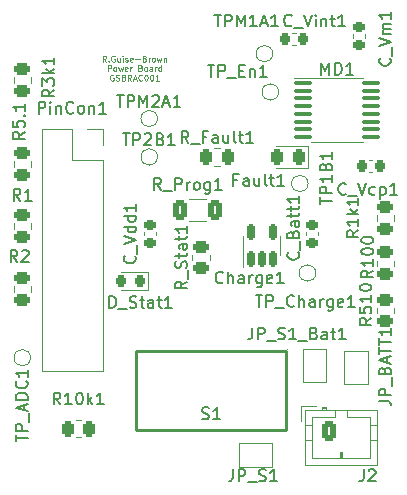
<source format=gbr>
%TF.GenerationSoftware,KiCad,Pcbnew,(6.0.4-0)*%
%TF.CreationDate,2024-03-24T21:38:25+02:00*%
%TF.ProjectId,Project_PCB_v1,50726f6a-6563-4745-9f50-43425f76312e,rev?*%
%TF.SameCoordinates,Original*%
%TF.FileFunction,Legend,Top*%
%TF.FilePolarity,Positive*%
%FSLAX46Y46*%
G04 Gerber Fmt 4.6, Leading zero omitted, Abs format (unit mm)*
G04 Created by KiCad (PCBNEW (6.0.4-0)) date 2024-03-24 21:38:25*
%MOMM*%
%LPD*%
G01*
G04 APERTURE LIST*
G04 Aperture macros list*
%AMRoundRect*
0 Rectangle with rounded corners*
0 $1 Rounding radius*
0 $2 $3 $4 $5 $6 $7 $8 $9 X,Y pos of 4 corners*
0 Add a 4 corners polygon primitive as box body*
4,1,4,$2,$3,$4,$5,$6,$7,$8,$9,$2,$3,0*
0 Add four circle primitives for the rounded corners*
1,1,$1+$1,$2,$3*
1,1,$1+$1,$4,$5*
1,1,$1+$1,$6,$7*
1,1,$1+$1,$8,$9*
0 Add four rect primitives between the rounded corners*
20,1,$1+$1,$2,$3,$4,$5,0*
20,1,$1+$1,$4,$5,$6,$7,0*
20,1,$1+$1,$6,$7,$8,$9,0*
20,1,$1+$1,$8,$9,$2,$3,0*%
G04 Aperture macros list end*
%ADD10C,0.100000*%
%ADD11C,0.150000*%
%ADD12C,0.120000*%
%ADD13C,0.254001*%
%ADD14C,0.059995*%
%ADD15RoundRect,0.243750X0.243750X0.456250X-0.243750X0.456250X-0.243750X-0.456250X0.243750X-0.456250X0*%
%ADD16RoundRect,0.225000X0.250000X-0.225000X0.250000X0.225000X-0.250000X0.225000X-0.250000X-0.225000X0*%
%ADD17RoundRect,0.218750X0.218750X0.256250X-0.218750X0.256250X-0.218750X-0.256250X0.218750X-0.256250X0*%
%ADD18RoundRect,0.250000X0.312500X0.625000X-0.312500X0.625000X-0.312500X-0.625000X0.312500X-0.625000X0*%
%ADD19RoundRect,0.250000X-0.262500X-0.450000X0.262500X-0.450000X0.262500X0.450000X-0.262500X0.450000X0*%
%ADD20R,1.700000X1.700000*%
%ADD21O,1.700000X1.700000*%
%ADD22RoundRect,0.250000X-0.350000X-0.625000X0.350000X-0.625000X0.350000X0.625000X-0.350000X0.625000X0*%
%ADD23O,1.200000X1.750000*%
%ADD24C,1.000000*%
%ADD25RoundRect,0.250000X-0.450000X0.262500X-0.450000X-0.262500X0.450000X-0.262500X0.450000X0.262500X0*%
%ADD26RoundRect,0.250000X0.450000X-0.262500X0.450000X0.262500X-0.450000X0.262500X-0.450000X-0.262500X0*%
%ADD27C,2.500000*%
%ADD28RoundRect,0.225000X-0.225000X-0.250000X0.225000X-0.250000X0.225000X0.250000X-0.225000X0.250000X0*%
%ADD29R,1.500000X1.000000*%
%ADD30RoundRect,0.250000X0.262500X0.450000X-0.262500X0.450000X-0.262500X-0.450000X0.262500X-0.450000X0*%
%ADD31RoundRect,0.150000X0.150000X-0.512500X0.150000X0.512500X-0.150000X0.512500X-0.150000X-0.512500X0*%
%ADD32RoundRect,0.100000X-0.637500X-0.100000X0.637500X-0.100000X0.637500X0.100000X-0.637500X0.100000X0*%
%ADD33R,1.000000X1.500000*%
G04 APERTURE END LIST*
D10*
X95095238Y-67171190D02*
X94928571Y-66933095D01*
X94809523Y-67171190D02*
X94809523Y-66671190D01*
X95000000Y-66671190D01*
X95047619Y-66695000D01*
X95071428Y-66718809D01*
X95095238Y-66766428D01*
X95095238Y-66837857D01*
X95071428Y-66885476D01*
X95047619Y-66909285D01*
X95000000Y-66933095D01*
X94809523Y-66933095D01*
X95309523Y-67123571D02*
X95333333Y-67147380D01*
X95309523Y-67171190D01*
X95285714Y-67147380D01*
X95309523Y-67123571D01*
X95309523Y-67171190D01*
X95809523Y-66695000D02*
X95761904Y-66671190D01*
X95690476Y-66671190D01*
X95619047Y-66695000D01*
X95571428Y-66742619D01*
X95547619Y-66790238D01*
X95523809Y-66885476D01*
X95523809Y-66956904D01*
X95547619Y-67052142D01*
X95571428Y-67099761D01*
X95619047Y-67147380D01*
X95690476Y-67171190D01*
X95738095Y-67171190D01*
X95809523Y-67147380D01*
X95833333Y-67123571D01*
X95833333Y-66956904D01*
X95738095Y-66956904D01*
X96261904Y-66837857D02*
X96261904Y-67171190D01*
X96047619Y-66837857D02*
X96047619Y-67099761D01*
X96071428Y-67147380D01*
X96119047Y-67171190D01*
X96190476Y-67171190D01*
X96238095Y-67147380D01*
X96261904Y-67123571D01*
X96500000Y-67171190D02*
X96500000Y-66837857D01*
X96500000Y-66671190D02*
X96476190Y-66695000D01*
X96500000Y-66718809D01*
X96523809Y-66695000D01*
X96500000Y-66671190D01*
X96500000Y-66718809D01*
X96714285Y-67147380D02*
X96761904Y-67171190D01*
X96857142Y-67171190D01*
X96904761Y-67147380D01*
X96928571Y-67099761D01*
X96928571Y-67075952D01*
X96904761Y-67028333D01*
X96857142Y-67004523D01*
X96785714Y-67004523D01*
X96738095Y-66980714D01*
X96714285Y-66933095D01*
X96714285Y-66909285D01*
X96738095Y-66861666D01*
X96785714Y-66837857D01*
X96857142Y-66837857D01*
X96904761Y-66861666D01*
X97333333Y-67147380D02*
X97285714Y-67171190D01*
X97190476Y-67171190D01*
X97142857Y-67147380D01*
X97119047Y-67099761D01*
X97119047Y-66909285D01*
X97142857Y-66861666D01*
X97190476Y-66837857D01*
X97285714Y-66837857D01*
X97333333Y-66861666D01*
X97357142Y-66909285D01*
X97357142Y-66956904D01*
X97119047Y-67004523D01*
X97571428Y-66980714D02*
X97952380Y-66980714D01*
X98357142Y-66909285D02*
X98428571Y-66933095D01*
X98452380Y-66956904D01*
X98476190Y-67004523D01*
X98476190Y-67075952D01*
X98452380Y-67123571D01*
X98428571Y-67147380D01*
X98380952Y-67171190D01*
X98190476Y-67171190D01*
X98190476Y-66671190D01*
X98357142Y-66671190D01*
X98404761Y-66695000D01*
X98428571Y-66718809D01*
X98452380Y-66766428D01*
X98452380Y-66814047D01*
X98428571Y-66861666D01*
X98404761Y-66885476D01*
X98357142Y-66909285D01*
X98190476Y-66909285D01*
X98690476Y-67171190D02*
X98690476Y-66837857D01*
X98690476Y-66933095D02*
X98714285Y-66885476D01*
X98738095Y-66861666D01*
X98785714Y-66837857D01*
X98833333Y-66837857D01*
X99071428Y-67171190D02*
X99023809Y-67147380D01*
X99000000Y-67123571D01*
X98976190Y-67075952D01*
X98976190Y-66933095D01*
X99000000Y-66885476D01*
X99023809Y-66861666D01*
X99071428Y-66837857D01*
X99142857Y-66837857D01*
X99190476Y-66861666D01*
X99214285Y-66885476D01*
X99238095Y-66933095D01*
X99238095Y-67075952D01*
X99214285Y-67123571D01*
X99190476Y-67147380D01*
X99142857Y-67171190D01*
X99071428Y-67171190D01*
X99404761Y-66837857D02*
X99500000Y-67171190D01*
X99595238Y-66933095D01*
X99690476Y-67171190D01*
X99785714Y-66837857D01*
X99976190Y-66837857D02*
X99976190Y-67171190D01*
X99976190Y-66885476D02*
X100000000Y-66861666D01*
X100047619Y-66837857D01*
X100119047Y-66837857D01*
X100166666Y-66861666D01*
X100190476Y-66909285D01*
X100190476Y-67171190D01*
X95238095Y-67976190D02*
X95238095Y-67476190D01*
X95428571Y-67476190D01*
X95476190Y-67500000D01*
X95500000Y-67523809D01*
X95523809Y-67571428D01*
X95523809Y-67642857D01*
X95500000Y-67690476D01*
X95476190Y-67714285D01*
X95428571Y-67738095D01*
X95238095Y-67738095D01*
X95809523Y-67976190D02*
X95761904Y-67952380D01*
X95738095Y-67928571D01*
X95714285Y-67880952D01*
X95714285Y-67738095D01*
X95738095Y-67690476D01*
X95761904Y-67666666D01*
X95809523Y-67642857D01*
X95880952Y-67642857D01*
X95928571Y-67666666D01*
X95952380Y-67690476D01*
X95976190Y-67738095D01*
X95976190Y-67880952D01*
X95952380Y-67928571D01*
X95928571Y-67952380D01*
X95880952Y-67976190D01*
X95809523Y-67976190D01*
X96142857Y-67642857D02*
X96238095Y-67976190D01*
X96333333Y-67738095D01*
X96428571Y-67976190D01*
X96523809Y-67642857D01*
X96904761Y-67952380D02*
X96857142Y-67976190D01*
X96761904Y-67976190D01*
X96714285Y-67952380D01*
X96690476Y-67904761D01*
X96690476Y-67714285D01*
X96714285Y-67666666D01*
X96761904Y-67642857D01*
X96857142Y-67642857D01*
X96904761Y-67666666D01*
X96928571Y-67714285D01*
X96928571Y-67761904D01*
X96690476Y-67809523D01*
X97142857Y-67976190D02*
X97142857Y-67642857D01*
X97142857Y-67738095D02*
X97166666Y-67690476D01*
X97190476Y-67666666D01*
X97238095Y-67642857D01*
X97285714Y-67642857D01*
X98000000Y-67714285D02*
X98071428Y-67738095D01*
X98095238Y-67761904D01*
X98119047Y-67809523D01*
X98119047Y-67880952D01*
X98095238Y-67928571D01*
X98071428Y-67952380D01*
X98023809Y-67976190D01*
X97833333Y-67976190D01*
X97833333Y-67476190D01*
X98000000Y-67476190D01*
X98047619Y-67500000D01*
X98071428Y-67523809D01*
X98095238Y-67571428D01*
X98095238Y-67619047D01*
X98071428Y-67666666D01*
X98047619Y-67690476D01*
X98000000Y-67714285D01*
X97833333Y-67714285D01*
X98404761Y-67976190D02*
X98357142Y-67952380D01*
X98333333Y-67928571D01*
X98309523Y-67880952D01*
X98309523Y-67738095D01*
X98333333Y-67690476D01*
X98357142Y-67666666D01*
X98404761Y-67642857D01*
X98476190Y-67642857D01*
X98523809Y-67666666D01*
X98547619Y-67690476D01*
X98571428Y-67738095D01*
X98571428Y-67880952D01*
X98547619Y-67928571D01*
X98523809Y-67952380D01*
X98476190Y-67976190D01*
X98404761Y-67976190D01*
X99000000Y-67976190D02*
X99000000Y-67714285D01*
X98976190Y-67666666D01*
X98928571Y-67642857D01*
X98833333Y-67642857D01*
X98785714Y-67666666D01*
X99000000Y-67952380D02*
X98952380Y-67976190D01*
X98833333Y-67976190D01*
X98785714Y-67952380D01*
X98761904Y-67904761D01*
X98761904Y-67857142D01*
X98785714Y-67809523D01*
X98833333Y-67785714D01*
X98952380Y-67785714D01*
X99000000Y-67761904D01*
X99238095Y-67976190D02*
X99238095Y-67642857D01*
X99238095Y-67738095D02*
X99261904Y-67690476D01*
X99285714Y-67666666D01*
X99333333Y-67642857D01*
X99380952Y-67642857D01*
X99761904Y-67976190D02*
X99761904Y-67476190D01*
X99761904Y-67952380D02*
X99714285Y-67976190D01*
X99619047Y-67976190D01*
X99571428Y-67952380D01*
X99547619Y-67928571D01*
X99523809Y-67880952D01*
X99523809Y-67738095D01*
X99547619Y-67690476D01*
X99571428Y-67666666D01*
X99619047Y-67642857D01*
X99714285Y-67642857D01*
X99761904Y-67666666D01*
X95714285Y-68305000D02*
X95666666Y-68281190D01*
X95595238Y-68281190D01*
X95523809Y-68305000D01*
X95476190Y-68352619D01*
X95452380Y-68400238D01*
X95428571Y-68495476D01*
X95428571Y-68566904D01*
X95452380Y-68662142D01*
X95476190Y-68709761D01*
X95523809Y-68757380D01*
X95595238Y-68781190D01*
X95642857Y-68781190D01*
X95714285Y-68757380D01*
X95738095Y-68733571D01*
X95738095Y-68566904D01*
X95642857Y-68566904D01*
X95928571Y-68757380D02*
X96000000Y-68781190D01*
X96119047Y-68781190D01*
X96166666Y-68757380D01*
X96190476Y-68733571D01*
X96214285Y-68685952D01*
X96214285Y-68638333D01*
X96190476Y-68590714D01*
X96166666Y-68566904D01*
X96119047Y-68543095D01*
X96023809Y-68519285D01*
X95976190Y-68495476D01*
X95952380Y-68471666D01*
X95928571Y-68424047D01*
X95928571Y-68376428D01*
X95952380Y-68328809D01*
X95976190Y-68305000D01*
X96023809Y-68281190D01*
X96142857Y-68281190D01*
X96214285Y-68305000D01*
X96595238Y-68519285D02*
X96666666Y-68543095D01*
X96690476Y-68566904D01*
X96714285Y-68614523D01*
X96714285Y-68685952D01*
X96690476Y-68733571D01*
X96666666Y-68757380D01*
X96619047Y-68781190D01*
X96428571Y-68781190D01*
X96428571Y-68281190D01*
X96595238Y-68281190D01*
X96642857Y-68305000D01*
X96666666Y-68328809D01*
X96690476Y-68376428D01*
X96690476Y-68424047D01*
X96666666Y-68471666D01*
X96642857Y-68495476D01*
X96595238Y-68519285D01*
X96428571Y-68519285D01*
X97214285Y-68781190D02*
X97047619Y-68543095D01*
X96928571Y-68781190D02*
X96928571Y-68281190D01*
X97119047Y-68281190D01*
X97166666Y-68305000D01*
X97190476Y-68328809D01*
X97214285Y-68376428D01*
X97214285Y-68447857D01*
X97190476Y-68495476D01*
X97166666Y-68519285D01*
X97119047Y-68543095D01*
X96928571Y-68543095D01*
X97404761Y-68638333D02*
X97642857Y-68638333D01*
X97357142Y-68781190D02*
X97523809Y-68281190D01*
X97690476Y-68781190D01*
X98142857Y-68733571D02*
X98119047Y-68757380D01*
X98047619Y-68781190D01*
X98000000Y-68781190D01*
X97928571Y-68757380D01*
X97880952Y-68709761D01*
X97857142Y-68662142D01*
X97833333Y-68566904D01*
X97833333Y-68495476D01*
X97857142Y-68400238D01*
X97880952Y-68352619D01*
X97928571Y-68305000D01*
X98000000Y-68281190D01*
X98047619Y-68281190D01*
X98119047Y-68305000D01*
X98142857Y-68328809D01*
X98452380Y-68281190D02*
X98500000Y-68281190D01*
X98547619Y-68305000D01*
X98571428Y-68328809D01*
X98595238Y-68376428D01*
X98619047Y-68471666D01*
X98619047Y-68590714D01*
X98595238Y-68685952D01*
X98571428Y-68733571D01*
X98547619Y-68757380D01*
X98500000Y-68781190D01*
X98452380Y-68781190D01*
X98404761Y-68757380D01*
X98380952Y-68733571D01*
X98357142Y-68685952D01*
X98333333Y-68590714D01*
X98333333Y-68471666D01*
X98357142Y-68376428D01*
X98380952Y-68328809D01*
X98404761Y-68305000D01*
X98452380Y-68281190D01*
X98928571Y-68281190D02*
X98976190Y-68281190D01*
X99023809Y-68305000D01*
X99047619Y-68328809D01*
X99071428Y-68376428D01*
X99095238Y-68471666D01*
X99095238Y-68590714D01*
X99071428Y-68685952D01*
X99047619Y-68733571D01*
X99023809Y-68757380D01*
X98976190Y-68781190D01*
X98928571Y-68781190D01*
X98880952Y-68757380D01*
X98857142Y-68733571D01*
X98833333Y-68685952D01*
X98809523Y-68590714D01*
X98809523Y-68471666D01*
X98833333Y-68376428D01*
X98857142Y-68328809D01*
X98880952Y-68305000D01*
X98928571Y-68281190D01*
X99571428Y-68781190D02*
X99285714Y-68781190D01*
X99428571Y-68781190D02*
X99428571Y-68281190D01*
X99380952Y-68352619D01*
X99333333Y-68400238D01*
X99285714Y-68424047D01*
D11*
%TO.C,Fault1*%
X106214285Y-77178571D02*
X105880952Y-77178571D01*
X105880952Y-77702380D02*
X105880952Y-76702380D01*
X106357142Y-76702380D01*
X107166666Y-77702380D02*
X107166666Y-77178571D01*
X107119047Y-77083333D01*
X107023809Y-77035714D01*
X106833333Y-77035714D01*
X106738095Y-77083333D01*
X107166666Y-77654761D02*
X107071428Y-77702380D01*
X106833333Y-77702380D01*
X106738095Y-77654761D01*
X106690476Y-77559523D01*
X106690476Y-77464285D01*
X106738095Y-77369047D01*
X106833333Y-77321428D01*
X107071428Y-77321428D01*
X107166666Y-77273809D01*
X108071428Y-77035714D02*
X108071428Y-77702380D01*
X107642857Y-77035714D02*
X107642857Y-77559523D01*
X107690476Y-77654761D01*
X107785714Y-77702380D01*
X107928571Y-77702380D01*
X108023809Y-77654761D01*
X108071428Y-77607142D01*
X108690476Y-77702380D02*
X108595238Y-77654761D01*
X108547619Y-77559523D01*
X108547619Y-76702380D01*
X108928571Y-77035714D02*
X109309523Y-77035714D01*
X109071428Y-76702380D02*
X109071428Y-77559523D01*
X109119047Y-77654761D01*
X109214285Y-77702380D01*
X109309523Y-77702380D01*
X110166666Y-77702380D02*
X109595238Y-77702380D01*
X109880952Y-77702380D02*
X109880952Y-76702380D01*
X109785714Y-76845238D01*
X109690476Y-76940476D01*
X109595238Y-76988095D01*
%TO.C,C_Vm1*%
X119107142Y-66892857D02*
X119154761Y-66940476D01*
X119202380Y-67083333D01*
X119202380Y-67178571D01*
X119154761Y-67321428D01*
X119059523Y-67416666D01*
X118964285Y-67464285D01*
X118773809Y-67511904D01*
X118630952Y-67511904D01*
X118440476Y-67464285D01*
X118345238Y-67416666D01*
X118250000Y-67321428D01*
X118202380Y-67178571D01*
X118202380Y-67083333D01*
X118250000Y-66940476D01*
X118297619Y-66892857D01*
X119297619Y-66702380D02*
X119297619Y-65940476D01*
X118202380Y-65845238D02*
X119202380Y-65511904D01*
X118202380Y-65178571D01*
X119202380Y-64845238D02*
X118535714Y-64845238D01*
X118630952Y-64845238D02*
X118583333Y-64797619D01*
X118535714Y-64702380D01*
X118535714Y-64559523D01*
X118583333Y-64464285D01*
X118678571Y-64416666D01*
X119202380Y-64416666D01*
X118678571Y-64416666D02*
X118583333Y-64369047D01*
X118535714Y-64273809D01*
X118535714Y-64130952D01*
X118583333Y-64035714D01*
X118678571Y-63988095D01*
X119202380Y-63988095D01*
X119202380Y-62988095D02*
X119202380Y-63559523D01*
X119202380Y-63273809D02*
X118202380Y-63273809D01*
X118345238Y-63369047D01*
X118440476Y-63464285D01*
X118488095Y-63559523D01*
%TO.C,D_Stat1*%
X95380952Y-88034880D02*
X95380952Y-87034880D01*
X95619047Y-87034880D01*
X95761904Y-87082500D01*
X95857142Y-87177738D01*
X95904761Y-87272976D01*
X95952380Y-87463452D01*
X95952380Y-87606309D01*
X95904761Y-87796785D01*
X95857142Y-87892023D01*
X95761904Y-87987261D01*
X95619047Y-88034880D01*
X95380952Y-88034880D01*
X96142857Y-88130119D02*
X96904761Y-88130119D01*
X97095238Y-87987261D02*
X97238095Y-88034880D01*
X97476190Y-88034880D01*
X97571428Y-87987261D01*
X97619047Y-87939642D01*
X97666666Y-87844404D01*
X97666666Y-87749166D01*
X97619047Y-87653928D01*
X97571428Y-87606309D01*
X97476190Y-87558690D01*
X97285714Y-87511071D01*
X97190476Y-87463452D01*
X97142857Y-87415833D01*
X97095238Y-87320595D01*
X97095238Y-87225357D01*
X97142857Y-87130119D01*
X97190476Y-87082500D01*
X97285714Y-87034880D01*
X97523809Y-87034880D01*
X97666666Y-87082500D01*
X97952380Y-87368214D02*
X98333333Y-87368214D01*
X98095238Y-87034880D02*
X98095238Y-87892023D01*
X98142857Y-87987261D01*
X98238095Y-88034880D01*
X98333333Y-88034880D01*
X99095238Y-88034880D02*
X99095238Y-87511071D01*
X99047619Y-87415833D01*
X98952380Y-87368214D01*
X98761904Y-87368214D01*
X98666666Y-87415833D01*
X99095238Y-87987261D02*
X99000000Y-88034880D01*
X98761904Y-88034880D01*
X98666666Y-87987261D01*
X98619047Y-87892023D01*
X98619047Y-87796785D01*
X98666666Y-87701547D01*
X98761904Y-87653928D01*
X99000000Y-87653928D01*
X99095238Y-87606309D01*
X99428571Y-87368214D02*
X99809523Y-87368214D01*
X99571428Y-87034880D02*
X99571428Y-87892023D01*
X99619047Y-87987261D01*
X99714285Y-88034880D01*
X99809523Y-88034880D01*
X100666666Y-88034880D02*
X100095238Y-88034880D01*
X100380952Y-88034880D02*
X100380952Y-87034880D01*
X100285714Y-87177738D01*
X100190476Y-87272976D01*
X100095238Y-87320595D01*
%TO.C,R_Prog1*%
X99738095Y-78034880D02*
X99404761Y-77558690D01*
X99166666Y-78034880D02*
X99166666Y-77034880D01*
X99547619Y-77034880D01*
X99642857Y-77082500D01*
X99690476Y-77130119D01*
X99738095Y-77225357D01*
X99738095Y-77368214D01*
X99690476Y-77463452D01*
X99642857Y-77511071D01*
X99547619Y-77558690D01*
X99166666Y-77558690D01*
X99928571Y-78130119D02*
X100690476Y-78130119D01*
X100928571Y-78034880D02*
X100928571Y-77034880D01*
X101309523Y-77034880D01*
X101404761Y-77082500D01*
X101452380Y-77130119D01*
X101500000Y-77225357D01*
X101500000Y-77368214D01*
X101452380Y-77463452D01*
X101404761Y-77511071D01*
X101309523Y-77558690D01*
X100928571Y-77558690D01*
X101928571Y-78034880D02*
X101928571Y-77368214D01*
X101928571Y-77558690D02*
X101976190Y-77463452D01*
X102023809Y-77415833D01*
X102119047Y-77368214D01*
X102214285Y-77368214D01*
X102690476Y-78034880D02*
X102595238Y-77987261D01*
X102547619Y-77939642D01*
X102500000Y-77844404D01*
X102500000Y-77558690D01*
X102547619Y-77463452D01*
X102595238Y-77415833D01*
X102690476Y-77368214D01*
X102833333Y-77368214D01*
X102928571Y-77415833D01*
X102976190Y-77463452D01*
X103023809Y-77558690D01*
X103023809Y-77844404D01*
X102976190Y-77939642D01*
X102928571Y-77987261D01*
X102833333Y-78034880D01*
X102690476Y-78034880D01*
X103880952Y-77368214D02*
X103880952Y-78177738D01*
X103833333Y-78272976D01*
X103785714Y-78320595D01*
X103690476Y-78368214D01*
X103547619Y-78368214D01*
X103452380Y-78320595D01*
X103880952Y-77987261D02*
X103785714Y-78034880D01*
X103595238Y-78034880D01*
X103500000Y-77987261D01*
X103452380Y-77939642D01*
X103404761Y-77844404D01*
X103404761Y-77558690D01*
X103452380Y-77463452D01*
X103500000Y-77415833D01*
X103595238Y-77368214D01*
X103785714Y-77368214D01*
X103880952Y-77415833D01*
X104880952Y-78034880D02*
X104309523Y-78034880D01*
X104595238Y-78034880D02*
X104595238Y-77034880D01*
X104500000Y-77177738D01*
X104404761Y-77272976D01*
X104309523Y-77320595D01*
%TO.C,R_Fault1*%
X102071428Y-74052380D02*
X101738095Y-73576190D01*
X101500000Y-74052380D02*
X101500000Y-73052380D01*
X101880952Y-73052380D01*
X101976190Y-73100000D01*
X102023809Y-73147619D01*
X102071428Y-73242857D01*
X102071428Y-73385714D01*
X102023809Y-73480952D01*
X101976190Y-73528571D01*
X101880952Y-73576190D01*
X101500000Y-73576190D01*
X102261904Y-74147619D02*
X103023809Y-74147619D01*
X103595238Y-73528571D02*
X103261904Y-73528571D01*
X103261904Y-74052380D02*
X103261904Y-73052380D01*
X103738095Y-73052380D01*
X104547619Y-74052380D02*
X104547619Y-73528571D01*
X104500000Y-73433333D01*
X104404761Y-73385714D01*
X104214285Y-73385714D01*
X104119047Y-73433333D01*
X104547619Y-74004761D02*
X104452380Y-74052380D01*
X104214285Y-74052380D01*
X104119047Y-74004761D01*
X104071428Y-73909523D01*
X104071428Y-73814285D01*
X104119047Y-73719047D01*
X104214285Y-73671428D01*
X104452380Y-73671428D01*
X104547619Y-73623809D01*
X105452380Y-73385714D02*
X105452380Y-74052380D01*
X105023809Y-73385714D02*
X105023809Y-73909523D01*
X105071428Y-74004761D01*
X105166666Y-74052380D01*
X105309523Y-74052380D01*
X105404761Y-74004761D01*
X105452380Y-73957142D01*
X106071428Y-74052380D02*
X105976190Y-74004761D01*
X105928571Y-73909523D01*
X105928571Y-73052380D01*
X106309523Y-73385714D02*
X106690476Y-73385714D01*
X106452380Y-73052380D02*
X106452380Y-73909523D01*
X106500000Y-74004761D01*
X106595238Y-74052380D01*
X106690476Y-74052380D01*
X107547619Y-74052380D02*
X106976190Y-74052380D01*
X107261904Y-74052380D02*
X107261904Y-73052380D01*
X107166666Y-73195238D01*
X107071428Y-73290476D01*
X106976190Y-73338095D01*
%TO.C,PinCon1*%
X89376666Y-71577380D02*
X89376666Y-70577380D01*
X89757619Y-70577380D01*
X89852857Y-70625000D01*
X89900476Y-70672619D01*
X89948095Y-70767857D01*
X89948095Y-70910714D01*
X89900476Y-71005952D01*
X89852857Y-71053571D01*
X89757619Y-71101190D01*
X89376666Y-71101190D01*
X90376666Y-71577380D02*
X90376666Y-70910714D01*
X90376666Y-70577380D02*
X90329047Y-70625000D01*
X90376666Y-70672619D01*
X90424285Y-70625000D01*
X90376666Y-70577380D01*
X90376666Y-70672619D01*
X90852857Y-70910714D02*
X90852857Y-71577380D01*
X90852857Y-71005952D02*
X90900476Y-70958333D01*
X90995714Y-70910714D01*
X91138571Y-70910714D01*
X91233809Y-70958333D01*
X91281428Y-71053571D01*
X91281428Y-71577380D01*
X92329047Y-71482142D02*
X92281428Y-71529761D01*
X92138571Y-71577380D01*
X92043333Y-71577380D01*
X91900476Y-71529761D01*
X91805238Y-71434523D01*
X91757619Y-71339285D01*
X91710000Y-71148809D01*
X91710000Y-71005952D01*
X91757619Y-70815476D01*
X91805238Y-70720238D01*
X91900476Y-70625000D01*
X92043333Y-70577380D01*
X92138571Y-70577380D01*
X92281428Y-70625000D01*
X92329047Y-70672619D01*
X92900476Y-71577380D02*
X92805238Y-71529761D01*
X92757619Y-71482142D01*
X92710000Y-71386904D01*
X92710000Y-71101190D01*
X92757619Y-71005952D01*
X92805238Y-70958333D01*
X92900476Y-70910714D01*
X93043333Y-70910714D01*
X93138571Y-70958333D01*
X93186190Y-71005952D01*
X93233809Y-71101190D01*
X93233809Y-71386904D01*
X93186190Y-71482142D01*
X93138571Y-71529761D01*
X93043333Y-71577380D01*
X92900476Y-71577380D01*
X93662380Y-70910714D02*
X93662380Y-71577380D01*
X93662380Y-71005952D02*
X93710000Y-70958333D01*
X93805238Y-70910714D01*
X93948095Y-70910714D01*
X94043333Y-70958333D01*
X94090952Y-71053571D01*
X94090952Y-71577380D01*
X95090952Y-71577380D02*
X94519523Y-71577380D01*
X94805238Y-71577380D02*
X94805238Y-70577380D01*
X94710000Y-70720238D01*
X94614761Y-70815476D01*
X94519523Y-70863095D01*
%TO.C,J2*%
X116911666Y-101707380D02*
X116911666Y-102421666D01*
X116864047Y-102564523D01*
X116768809Y-102659761D01*
X116625952Y-102707380D01*
X116530714Y-102707380D01*
X117340238Y-101802619D02*
X117387857Y-101755000D01*
X117483095Y-101707380D01*
X117721190Y-101707380D01*
X117816428Y-101755000D01*
X117864047Y-101802619D01*
X117911666Y-101897857D01*
X117911666Y-101993095D01*
X117864047Y-102135952D01*
X117292619Y-102707380D01*
X117911666Y-102707380D01*
%TO.C,TP_En1*%
X103702380Y-67457380D02*
X104273809Y-67457380D01*
X103988095Y-68457380D02*
X103988095Y-67457380D01*
X104607142Y-68457380D02*
X104607142Y-67457380D01*
X104988095Y-67457380D01*
X105083333Y-67505000D01*
X105130952Y-67552619D01*
X105178571Y-67647857D01*
X105178571Y-67790714D01*
X105130952Y-67885952D01*
X105083333Y-67933571D01*
X104988095Y-67981190D01*
X104607142Y-67981190D01*
X105369047Y-68552619D02*
X106130952Y-68552619D01*
X106369047Y-67933571D02*
X106702380Y-67933571D01*
X106845238Y-68457380D02*
X106369047Y-68457380D01*
X106369047Y-67457380D01*
X106845238Y-67457380D01*
X107273809Y-67790714D02*
X107273809Y-68457380D01*
X107273809Y-67885952D02*
X107321428Y-67838333D01*
X107416666Y-67790714D01*
X107559523Y-67790714D01*
X107654761Y-67838333D01*
X107702380Y-67933571D01*
X107702380Y-68457380D01*
X108702380Y-68457380D02*
X108130952Y-68457380D01*
X108416666Y-68457380D02*
X108416666Y-67457380D01*
X108321428Y-67600238D01*
X108226190Y-67695476D01*
X108130952Y-67743095D01*
%TO.C,TPM1A1*%
X104261904Y-63202380D02*
X104833333Y-63202380D01*
X104547619Y-64202380D02*
X104547619Y-63202380D01*
X105166666Y-64202380D02*
X105166666Y-63202380D01*
X105547619Y-63202380D01*
X105642857Y-63250000D01*
X105690476Y-63297619D01*
X105738095Y-63392857D01*
X105738095Y-63535714D01*
X105690476Y-63630952D01*
X105642857Y-63678571D01*
X105547619Y-63726190D01*
X105166666Y-63726190D01*
X106166666Y-64202380D02*
X106166666Y-63202380D01*
X106500000Y-63916666D01*
X106833333Y-63202380D01*
X106833333Y-64202380D01*
X107833333Y-64202380D02*
X107261904Y-64202380D01*
X107547619Y-64202380D02*
X107547619Y-63202380D01*
X107452380Y-63345238D01*
X107357142Y-63440476D01*
X107261904Y-63488095D01*
X108214285Y-63916666D02*
X108690476Y-63916666D01*
X108119047Y-64202380D02*
X108452380Y-63202380D01*
X108785714Y-64202380D01*
X109642857Y-64202380D02*
X109071428Y-64202380D01*
X109357142Y-64202380D02*
X109357142Y-63202380D01*
X109261904Y-63345238D01*
X109166666Y-63440476D01*
X109071428Y-63488095D01*
%TO.C,TPM2A1*%
X96011904Y-70004380D02*
X96583333Y-70004380D01*
X96297619Y-71004380D02*
X96297619Y-70004380D01*
X96916666Y-71004380D02*
X96916666Y-70004380D01*
X97297619Y-70004380D01*
X97392857Y-70052000D01*
X97440476Y-70099619D01*
X97488095Y-70194857D01*
X97488095Y-70337714D01*
X97440476Y-70432952D01*
X97392857Y-70480571D01*
X97297619Y-70528190D01*
X96916666Y-70528190D01*
X97916666Y-71004380D02*
X97916666Y-70004380D01*
X98250000Y-70718666D01*
X98583333Y-70004380D01*
X98583333Y-71004380D01*
X99011904Y-70099619D02*
X99059523Y-70052000D01*
X99154761Y-70004380D01*
X99392857Y-70004380D01*
X99488095Y-70052000D01*
X99535714Y-70099619D01*
X99583333Y-70194857D01*
X99583333Y-70290095D01*
X99535714Y-70432952D01*
X98964285Y-71004380D01*
X99583333Y-71004380D01*
X99964285Y-70718666D02*
X100440476Y-70718666D01*
X99869047Y-71004380D02*
X100202380Y-70004380D01*
X100535714Y-71004380D01*
X101392857Y-71004380D02*
X100821428Y-71004380D01*
X101107142Y-71004380D02*
X101107142Y-70004380D01*
X101011904Y-70147238D01*
X100916666Y-70242476D01*
X100821428Y-70290095D01*
%TO.C,R1*%
X87833333Y-78952380D02*
X87500000Y-78476190D01*
X87261904Y-78952380D02*
X87261904Y-77952380D01*
X87642857Y-77952380D01*
X87738095Y-78000000D01*
X87785714Y-78047619D01*
X87833333Y-78142857D01*
X87833333Y-78285714D01*
X87785714Y-78380952D01*
X87738095Y-78428571D01*
X87642857Y-78476190D01*
X87261904Y-78476190D01*
X88785714Y-78952380D02*
X88214285Y-78952380D01*
X88500000Y-78952380D02*
X88500000Y-77952380D01*
X88404761Y-78095238D01*
X88309523Y-78190476D01*
X88214285Y-78238095D01*
%TO.C,R510*%
X117552380Y-88869047D02*
X117076190Y-89202380D01*
X117552380Y-89440476D02*
X116552380Y-89440476D01*
X116552380Y-89059523D01*
X116600000Y-88964285D01*
X116647619Y-88916666D01*
X116742857Y-88869047D01*
X116885714Y-88869047D01*
X116980952Y-88916666D01*
X117028571Y-88964285D01*
X117076190Y-89059523D01*
X117076190Y-89440476D01*
X116552380Y-87964285D02*
X116552380Y-88440476D01*
X117028571Y-88488095D01*
X116980952Y-88440476D01*
X116933333Y-88345238D01*
X116933333Y-88107142D01*
X116980952Y-88011904D01*
X117028571Y-87964285D01*
X117123809Y-87916666D01*
X117361904Y-87916666D01*
X117457142Y-87964285D01*
X117504761Y-88011904D01*
X117552380Y-88107142D01*
X117552380Y-88345238D01*
X117504761Y-88440476D01*
X117457142Y-88488095D01*
X117552380Y-86964285D02*
X117552380Y-87535714D01*
X117552380Y-87250000D02*
X116552380Y-87250000D01*
X116695238Y-87345238D01*
X116790476Y-87440476D01*
X116838095Y-87535714D01*
X116552380Y-86345238D02*
X116552380Y-86250000D01*
X116600000Y-86154761D01*
X116647619Y-86107142D01*
X116742857Y-86059523D01*
X116933333Y-86011904D01*
X117171428Y-86011904D01*
X117361904Y-86059523D01*
X117457142Y-86107142D01*
X117504761Y-86154761D01*
X117552380Y-86250000D01*
X117552380Y-86345238D01*
X117504761Y-86440476D01*
X117457142Y-86488095D01*
X117361904Y-86535714D01*
X117171428Y-86583333D01*
X116933333Y-86583333D01*
X116742857Y-86535714D01*
X116647619Y-86488095D01*
X116600000Y-86440476D01*
X116552380Y-86345238D01*
%TO.C,R_Stat1*%
X101949521Y-85797619D02*
X101473331Y-86130952D01*
X101949521Y-86369047D02*
X100949521Y-86369047D01*
X100949521Y-85988095D01*
X100997141Y-85892857D01*
X101044760Y-85845238D01*
X101139998Y-85797619D01*
X101282855Y-85797619D01*
X101378093Y-85845238D01*
X101425712Y-85892857D01*
X101473331Y-85988095D01*
X101473331Y-86369047D01*
X102044760Y-85607142D02*
X102044760Y-84845238D01*
X101901902Y-84654761D02*
X101949521Y-84511904D01*
X101949521Y-84273809D01*
X101901902Y-84178571D01*
X101854283Y-84130952D01*
X101759045Y-84083333D01*
X101663807Y-84083333D01*
X101568569Y-84130952D01*
X101520950Y-84178571D01*
X101473331Y-84273809D01*
X101425712Y-84464285D01*
X101378093Y-84559523D01*
X101330474Y-84607142D01*
X101235236Y-84654761D01*
X101139998Y-84654761D01*
X101044760Y-84607142D01*
X100997141Y-84559523D01*
X100949521Y-84464285D01*
X100949521Y-84226190D01*
X100997141Y-84083333D01*
X101282855Y-83797619D02*
X101282855Y-83416666D01*
X100949521Y-83654761D02*
X101806664Y-83654761D01*
X101901902Y-83607142D01*
X101949521Y-83511904D01*
X101949521Y-83416666D01*
X101949521Y-82654761D02*
X101425712Y-82654761D01*
X101330474Y-82702380D01*
X101282855Y-82797619D01*
X101282855Y-82988095D01*
X101330474Y-83083333D01*
X101901902Y-82654761D02*
X101949521Y-82750000D01*
X101949521Y-82988095D01*
X101901902Y-83083333D01*
X101806664Y-83130952D01*
X101711426Y-83130952D01*
X101616188Y-83083333D01*
X101568569Y-82988095D01*
X101568569Y-82750000D01*
X101520950Y-82654761D01*
X101282855Y-82321428D02*
X101282855Y-81940476D01*
X100949521Y-82178571D02*
X101806664Y-82178571D01*
X101901902Y-82130952D01*
X101949521Y-82035714D01*
X101949521Y-81940476D01*
X101949521Y-81083333D02*
X101949521Y-81654761D01*
X101949521Y-81369047D02*
X100949521Y-81369047D01*
X101092379Y-81464285D01*
X101187617Y-81559523D01*
X101235236Y-81654761D01*
%TO.C,TP_Charge1*%
X107761904Y-86952380D02*
X108333333Y-86952380D01*
X108047619Y-87952380D02*
X108047619Y-86952380D01*
X108666666Y-87952380D02*
X108666666Y-86952380D01*
X109047619Y-86952380D01*
X109142857Y-87000000D01*
X109190476Y-87047619D01*
X109238095Y-87142857D01*
X109238095Y-87285714D01*
X109190476Y-87380952D01*
X109142857Y-87428571D01*
X109047619Y-87476190D01*
X108666666Y-87476190D01*
X109428571Y-88047619D02*
X110190476Y-88047619D01*
X111000000Y-87857142D02*
X110952380Y-87904761D01*
X110809523Y-87952380D01*
X110714285Y-87952380D01*
X110571428Y-87904761D01*
X110476190Y-87809523D01*
X110428571Y-87714285D01*
X110380952Y-87523809D01*
X110380952Y-87380952D01*
X110428571Y-87190476D01*
X110476190Y-87095238D01*
X110571428Y-87000000D01*
X110714285Y-86952380D01*
X110809523Y-86952380D01*
X110952380Y-87000000D01*
X111000000Y-87047619D01*
X111428571Y-87952380D02*
X111428571Y-86952380D01*
X111857142Y-87952380D02*
X111857142Y-87428571D01*
X111809523Y-87333333D01*
X111714285Y-87285714D01*
X111571428Y-87285714D01*
X111476190Y-87333333D01*
X111428571Y-87380952D01*
X112761904Y-87952380D02*
X112761904Y-87428571D01*
X112714285Y-87333333D01*
X112619047Y-87285714D01*
X112428571Y-87285714D01*
X112333333Y-87333333D01*
X112761904Y-87904761D02*
X112666666Y-87952380D01*
X112428571Y-87952380D01*
X112333333Y-87904761D01*
X112285714Y-87809523D01*
X112285714Y-87714285D01*
X112333333Y-87619047D01*
X112428571Y-87571428D01*
X112666666Y-87571428D01*
X112761904Y-87523809D01*
X113238095Y-87952380D02*
X113238095Y-87285714D01*
X113238095Y-87476190D02*
X113285714Y-87380952D01*
X113333333Y-87333333D01*
X113428571Y-87285714D01*
X113523809Y-87285714D01*
X114285714Y-87285714D02*
X114285714Y-88095238D01*
X114238095Y-88190476D01*
X114190476Y-88238095D01*
X114095238Y-88285714D01*
X113952380Y-88285714D01*
X113857142Y-88238095D01*
X114285714Y-87904761D02*
X114190476Y-87952380D01*
X114000000Y-87952380D01*
X113904761Y-87904761D01*
X113857142Y-87857142D01*
X113809523Y-87761904D01*
X113809523Y-87476190D01*
X113857142Y-87380952D01*
X113904761Y-87333333D01*
X114000000Y-87285714D01*
X114190476Y-87285714D01*
X114285714Y-87333333D01*
X115142857Y-87904761D02*
X115047619Y-87952380D01*
X114857142Y-87952380D01*
X114761904Y-87904761D01*
X114714285Y-87809523D01*
X114714285Y-87428571D01*
X114761904Y-87333333D01*
X114857142Y-87285714D01*
X115047619Y-87285714D01*
X115142857Y-87333333D01*
X115190476Y-87428571D01*
X115190476Y-87523809D01*
X114714285Y-87619047D01*
X116142857Y-87952380D02*
X115571428Y-87952380D01*
X115857142Y-87952380D02*
X115857142Y-86952380D01*
X115761904Y-87095238D01*
X115666666Y-87190476D01*
X115571428Y-87238095D01*
%TO.C,S1*%
X103238095Y-97404761D02*
X103380952Y-97452380D01*
X103619047Y-97452380D01*
X103714285Y-97404761D01*
X103761904Y-97357142D01*
X103809523Y-97261904D01*
X103809523Y-97166666D01*
X103761904Y-97071428D01*
X103714285Y-97023809D01*
X103619047Y-96976190D01*
X103428571Y-96928571D01*
X103333333Y-96880952D01*
X103285714Y-96833333D01*
X103238095Y-96738095D01*
X103238095Y-96642857D01*
X103285714Y-96547619D01*
X103333333Y-96500000D01*
X103428571Y-96452380D01*
X103666666Y-96452380D01*
X103809523Y-96500000D01*
X104761904Y-97452380D02*
X104190476Y-97452380D01*
X104476190Y-97452380D02*
X104476190Y-96452380D01*
X104380952Y-96595238D01*
X104285714Y-96690476D01*
X104190476Y-96738095D01*
%TO.C,C_Vcp1*%
X115392857Y-78357142D02*
X115345238Y-78404761D01*
X115202380Y-78452380D01*
X115107142Y-78452380D01*
X114964285Y-78404761D01*
X114869047Y-78309523D01*
X114821428Y-78214285D01*
X114773809Y-78023809D01*
X114773809Y-77880952D01*
X114821428Y-77690476D01*
X114869047Y-77595238D01*
X114964285Y-77500000D01*
X115107142Y-77452380D01*
X115202380Y-77452380D01*
X115345238Y-77500000D01*
X115392857Y-77547619D01*
X115583333Y-78547619D02*
X116345238Y-78547619D01*
X116440476Y-77452380D02*
X116773809Y-78452380D01*
X117107142Y-77452380D01*
X117869047Y-78404761D02*
X117773809Y-78452380D01*
X117583333Y-78452380D01*
X117488095Y-78404761D01*
X117440476Y-78357142D01*
X117392857Y-78261904D01*
X117392857Y-77976190D01*
X117440476Y-77880952D01*
X117488095Y-77833333D01*
X117583333Y-77785714D01*
X117773809Y-77785714D01*
X117869047Y-77833333D01*
X118297619Y-77785714D02*
X118297619Y-78785714D01*
X118297619Y-77833333D02*
X118392857Y-77785714D01*
X118583333Y-77785714D01*
X118678571Y-77833333D01*
X118726190Y-77880952D01*
X118773809Y-77976190D01*
X118773809Y-78261904D01*
X118726190Y-78357142D01*
X118678571Y-78404761D01*
X118583333Y-78452380D01*
X118392857Y-78452380D01*
X118297619Y-78404761D01*
X119726190Y-78452380D02*
X119154761Y-78452380D01*
X119440476Y-78452380D02*
X119440476Y-77452380D01*
X119345238Y-77595238D01*
X119250000Y-77690476D01*
X119154761Y-77738095D01*
%TO.C,JP_BATT1*%
X118202380Y-95904761D02*
X118916666Y-95904761D01*
X119059523Y-95952380D01*
X119154761Y-96047619D01*
X119202380Y-96190476D01*
X119202380Y-96285714D01*
X119202380Y-95428571D02*
X118202380Y-95428571D01*
X118202380Y-95047619D01*
X118250000Y-94952380D01*
X118297619Y-94904761D01*
X118392857Y-94857142D01*
X118535714Y-94857142D01*
X118630952Y-94904761D01*
X118678571Y-94952380D01*
X118726190Y-95047619D01*
X118726190Y-95428571D01*
X119297619Y-94666666D02*
X119297619Y-93904761D01*
X118678571Y-93333333D02*
X118726190Y-93190476D01*
X118773809Y-93142857D01*
X118869047Y-93095238D01*
X119011904Y-93095238D01*
X119107142Y-93142857D01*
X119154761Y-93190476D01*
X119202380Y-93285714D01*
X119202380Y-93666666D01*
X118202380Y-93666666D01*
X118202380Y-93333333D01*
X118250000Y-93238095D01*
X118297619Y-93190476D01*
X118392857Y-93142857D01*
X118488095Y-93142857D01*
X118583333Y-93190476D01*
X118630952Y-93238095D01*
X118678571Y-93333333D01*
X118678571Y-93666666D01*
X118916666Y-92714285D02*
X118916666Y-92238095D01*
X119202380Y-92809523D02*
X118202380Y-92476190D01*
X119202380Y-92142857D01*
X118202380Y-91952380D02*
X118202380Y-91380952D01*
X119202380Y-91666666D02*
X118202380Y-91666666D01*
X118202380Y-91190476D02*
X118202380Y-90619047D01*
X119202380Y-90904761D02*
X118202380Y-90904761D01*
X119202380Y-89761904D02*
X119202380Y-90333333D01*
X119202380Y-90047619D02*
X118202380Y-90047619D01*
X118345238Y-90142857D01*
X118440476Y-90238095D01*
X118488095Y-90333333D01*
%TO.C,JP_S1_Bat1*%
X107464285Y-89702380D02*
X107464285Y-90416666D01*
X107416666Y-90559523D01*
X107321428Y-90654761D01*
X107178571Y-90702380D01*
X107083333Y-90702380D01*
X107940476Y-90702380D02*
X107940476Y-89702380D01*
X108321428Y-89702380D01*
X108416666Y-89750000D01*
X108464285Y-89797619D01*
X108511904Y-89892857D01*
X108511904Y-90035714D01*
X108464285Y-90130952D01*
X108416666Y-90178571D01*
X108321428Y-90226190D01*
X107940476Y-90226190D01*
X108702380Y-90797619D02*
X109464285Y-90797619D01*
X109654761Y-90654761D02*
X109797619Y-90702380D01*
X110035714Y-90702380D01*
X110130952Y-90654761D01*
X110178571Y-90607142D01*
X110226190Y-90511904D01*
X110226190Y-90416666D01*
X110178571Y-90321428D01*
X110130952Y-90273809D01*
X110035714Y-90226190D01*
X109845238Y-90178571D01*
X109750000Y-90130952D01*
X109702380Y-90083333D01*
X109654761Y-89988095D01*
X109654761Y-89892857D01*
X109702380Y-89797619D01*
X109750000Y-89750000D01*
X109845238Y-89702380D01*
X110083333Y-89702380D01*
X110226190Y-89750000D01*
X111178571Y-90702380D02*
X110607142Y-90702380D01*
X110892857Y-90702380D02*
X110892857Y-89702380D01*
X110797619Y-89845238D01*
X110702380Y-89940476D01*
X110607142Y-89988095D01*
X111369047Y-90797619D02*
X112130952Y-90797619D01*
X112702380Y-90178571D02*
X112845238Y-90226190D01*
X112892857Y-90273809D01*
X112940476Y-90369047D01*
X112940476Y-90511904D01*
X112892857Y-90607142D01*
X112845238Y-90654761D01*
X112750000Y-90702380D01*
X112369047Y-90702380D01*
X112369047Y-89702380D01*
X112702380Y-89702380D01*
X112797619Y-89750000D01*
X112845238Y-89797619D01*
X112892857Y-89892857D01*
X112892857Y-89988095D01*
X112845238Y-90083333D01*
X112797619Y-90130952D01*
X112702380Y-90178571D01*
X112369047Y-90178571D01*
X113797619Y-90702380D02*
X113797619Y-90178571D01*
X113750000Y-90083333D01*
X113654761Y-90035714D01*
X113464285Y-90035714D01*
X113369047Y-90083333D01*
X113797619Y-90654761D02*
X113702380Y-90702380D01*
X113464285Y-90702380D01*
X113369047Y-90654761D01*
X113321428Y-90559523D01*
X113321428Y-90464285D01*
X113369047Y-90369047D01*
X113464285Y-90321428D01*
X113702380Y-90321428D01*
X113797619Y-90273809D01*
X114130952Y-90035714D02*
X114511904Y-90035714D01*
X114273809Y-89702380D02*
X114273809Y-90559523D01*
X114321428Y-90654761D01*
X114416666Y-90702380D01*
X114511904Y-90702380D01*
X115369047Y-90702380D02*
X114797619Y-90702380D01*
X115083333Y-90702380D02*
X115083333Y-89702380D01*
X114988095Y-89845238D01*
X114892857Y-89940476D01*
X114797619Y-89988095D01*
%TO.C,R5.1*%
X88202380Y-73130952D02*
X87726190Y-73464285D01*
X88202380Y-73702380D02*
X87202380Y-73702380D01*
X87202380Y-73321428D01*
X87250000Y-73226190D01*
X87297619Y-73178571D01*
X87392857Y-73130952D01*
X87535714Y-73130952D01*
X87630952Y-73178571D01*
X87678571Y-73226190D01*
X87726190Y-73321428D01*
X87726190Y-73702380D01*
X87202380Y-72226190D02*
X87202380Y-72702380D01*
X87678571Y-72750000D01*
X87630952Y-72702380D01*
X87583333Y-72607142D01*
X87583333Y-72369047D01*
X87630952Y-72273809D01*
X87678571Y-72226190D01*
X87773809Y-72178571D01*
X88011904Y-72178571D01*
X88107142Y-72226190D01*
X88154761Y-72273809D01*
X88202380Y-72369047D01*
X88202380Y-72607142D01*
X88154761Y-72702380D01*
X88107142Y-72750000D01*
X88107142Y-71750000D02*
X88154761Y-71702380D01*
X88202380Y-71750000D01*
X88154761Y-71797619D01*
X88107142Y-71750000D01*
X88202380Y-71750000D01*
X88202380Y-70750000D02*
X88202380Y-71321428D01*
X88202380Y-71035714D02*
X87202380Y-71035714D01*
X87345238Y-71130952D01*
X87440476Y-71226190D01*
X87488095Y-71321428D01*
%TO.C,R2*%
X87583333Y-84141130D02*
X87250000Y-83664940D01*
X87011904Y-84141130D02*
X87011904Y-83141130D01*
X87392857Y-83141130D01*
X87488095Y-83188750D01*
X87535714Y-83236369D01*
X87583333Y-83331607D01*
X87583333Y-83474464D01*
X87535714Y-83569702D01*
X87488095Y-83617321D01*
X87392857Y-83664940D01*
X87011904Y-83664940D01*
X87964285Y-83236369D02*
X88011904Y-83188750D01*
X88107142Y-83141130D01*
X88345238Y-83141130D01*
X88440476Y-83188750D01*
X88488095Y-83236369D01*
X88535714Y-83331607D01*
X88535714Y-83426845D01*
X88488095Y-83569702D01*
X87916666Y-84141130D01*
X88535714Y-84141130D01*
%TO.C,R10k1*%
X91226190Y-96202380D02*
X90892857Y-95726190D01*
X90654761Y-96202380D02*
X90654761Y-95202380D01*
X91035714Y-95202380D01*
X91130952Y-95250000D01*
X91178571Y-95297619D01*
X91226190Y-95392857D01*
X91226190Y-95535714D01*
X91178571Y-95630952D01*
X91130952Y-95678571D01*
X91035714Y-95726190D01*
X90654761Y-95726190D01*
X92178571Y-96202380D02*
X91607142Y-96202380D01*
X91892857Y-96202380D02*
X91892857Y-95202380D01*
X91797619Y-95345238D01*
X91702380Y-95440476D01*
X91607142Y-95488095D01*
X92797619Y-95202380D02*
X92892857Y-95202380D01*
X92988095Y-95250000D01*
X93035714Y-95297619D01*
X93083333Y-95392857D01*
X93130952Y-95583333D01*
X93130952Y-95821428D01*
X93083333Y-96011904D01*
X93035714Y-96107142D01*
X92988095Y-96154761D01*
X92892857Y-96202380D01*
X92797619Y-96202380D01*
X92702380Y-96154761D01*
X92654761Y-96107142D01*
X92607142Y-96011904D01*
X92559523Y-95821428D01*
X92559523Y-95583333D01*
X92607142Y-95392857D01*
X92654761Y-95297619D01*
X92702380Y-95250000D01*
X92797619Y-95202380D01*
X93559523Y-96202380D02*
X93559523Y-95202380D01*
X93654761Y-95821428D02*
X93940476Y-96202380D01*
X93940476Y-95535714D02*
X93559523Y-95916666D01*
X94892857Y-96202380D02*
X94321428Y-96202380D01*
X94607142Y-96202380D02*
X94607142Y-95202380D01*
X94511904Y-95345238D01*
X94416666Y-95440476D01*
X94321428Y-95488095D01*
%TO.C,TP1B1*%
X113202380Y-79238095D02*
X113202380Y-78666666D01*
X114202380Y-78952380D02*
X113202380Y-78952380D01*
X114202380Y-78333333D02*
X113202380Y-78333333D01*
X113202380Y-77952380D01*
X113250000Y-77857142D01*
X113297619Y-77809523D01*
X113392857Y-77761904D01*
X113535714Y-77761904D01*
X113630952Y-77809523D01*
X113678571Y-77857142D01*
X113726190Y-77952380D01*
X113726190Y-78333333D01*
X114202380Y-76809523D02*
X114202380Y-77380952D01*
X114202380Y-77095238D02*
X113202380Y-77095238D01*
X113345238Y-77190476D01*
X113440476Y-77285714D01*
X113488095Y-77380952D01*
X113678571Y-76047619D02*
X113726190Y-75904761D01*
X113773809Y-75857142D01*
X113869047Y-75809523D01*
X114011904Y-75809523D01*
X114107142Y-75857142D01*
X114154761Y-75904761D01*
X114202380Y-76000000D01*
X114202380Y-76380952D01*
X113202380Y-76380952D01*
X113202380Y-76047619D01*
X113250000Y-75952380D01*
X113297619Y-75904761D01*
X113392857Y-75857142D01*
X113488095Y-75857142D01*
X113583333Y-75904761D01*
X113630952Y-75952380D01*
X113678571Y-76047619D01*
X113678571Y-76380952D01*
X114202380Y-74857142D02*
X114202380Y-75428571D01*
X114202380Y-75142857D02*
X113202380Y-75142857D01*
X113345238Y-75238095D01*
X113440476Y-75333333D01*
X113488095Y-75428571D01*
%TO.C,Charge1*%
X104988095Y-85857142D02*
X104940476Y-85904761D01*
X104797619Y-85952380D01*
X104702380Y-85952380D01*
X104559523Y-85904761D01*
X104464285Y-85809523D01*
X104416666Y-85714285D01*
X104369047Y-85523809D01*
X104369047Y-85380952D01*
X104416666Y-85190476D01*
X104464285Y-85095238D01*
X104559523Y-85000000D01*
X104702380Y-84952380D01*
X104797619Y-84952380D01*
X104940476Y-85000000D01*
X104988095Y-85047619D01*
X105416666Y-85952380D02*
X105416666Y-84952380D01*
X105845238Y-85952380D02*
X105845238Y-85428571D01*
X105797619Y-85333333D01*
X105702380Y-85285714D01*
X105559523Y-85285714D01*
X105464285Y-85333333D01*
X105416666Y-85380952D01*
X106750000Y-85952380D02*
X106750000Y-85428571D01*
X106702380Y-85333333D01*
X106607142Y-85285714D01*
X106416666Y-85285714D01*
X106321428Y-85333333D01*
X106750000Y-85904761D02*
X106654761Y-85952380D01*
X106416666Y-85952380D01*
X106321428Y-85904761D01*
X106273809Y-85809523D01*
X106273809Y-85714285D01*
X106321428Y-85619047D01*
X106416666Y-85571428D01*
X106654761Y-85571428D01*
X106750000Y-85523809D01*
X107226190Y-85952380D02*
X107226190Y-85285714D01*
X107226190Y-85476190D02*
X107273809Y-85380952D01*
X107321428Y-85333333D01*
X107416666Y-85285714D01*
X107511904Y-85285714D01*
X108273809Y-85285714D02*
X108273809Y-86095238D01*
X108226190Y-86190476D01*
X108178571Y-86238095D01*
X108083333Y-86285714D01*
X107940476Y-86285714D01*
X107845238Y-86238095D01*
X108273809Y-85904761D02*
X108178571Y-85952380D01*
X107988095Y-85952380D01*
X107892857Y-85904761D01*
X107845238Y-85857142D01*
X107797619Y-85761904D01*
X107797619Y-85476190D01*
X107845238Y-85380952D01*
X107892857Y-85333333D01*
X107988095Y-85285714D01*
X108178571Y-85285714D01*
X108273809Y-85333333D01*
X109130952Y-85904761D02*
X109035714Y-85952380D01*
X108845238Y-85952380D01*
X108750000Y-85904761D01*
X108702380Y-85809523D01*
X108702380Y-85428571D01*
X108750000Y-85333333D01*
X108845238Y-85285714D01*
X109035714Y-85285714D01*
X109130952Y-85333333D01*
X109178571Y-85428571D01*
X109178571Y-85523809D01*
X108702380Y-85619047D01*
X110130952Y-85952380D02*
X109559523Y-85952380D01*
X109845238Y-85952380D02*
X109845238Y-84952380D01*
X109750000Y-85095238D01*
X109654761Y-85190476D01*
X109559523Y-85238095D01*
%TO.C,R3k1*%
X90702380Y-69547619D02*
X90226190Y-69880952D01*
X90702380Y-70119047D02*
X89702380Y-70119047D01*
X89702380Y-69738095D01*
X89750000Y-69642857D01*
X89797619Y-69595238D01*
X89892857Y-69547619D01*
X90035714Y-69547619D01*
X90130952Y-69595238D01*
X90178571Y-69642857D01*
X90226190Y-69738095D01*
X90226190Y-70119047D01*
X89702380Y-69214285D02*
X89702380Y-68595238D01*
X90083333Y-68928571D01*
X90083333Y-68785714D01*
X90130952Y-68690476D01*
X90178571Y-68642857D01*
X90273809Y-68595238D01*
X90511904Y-68595238D01*
X90607142Y-68642857D01*
X90654761Y-68690476D01*
X90702380Y-68785714D01*
X90702380Y-69071428D01*
X90654761Y-69166666D01*
X90607142Y-69214285D01*
X90702380Y-68166666D02*
X89702380Y-68166666D01*
X90321428Y-68071428D02*
X90702380Y-67785714D01*
X90035714Y-67785714D02*
X90416666Y-68166666D01*
X90702380Y-66833333D02*
X90702380Y-67404761D01*
X90702380Y-67119047D02*
X89702380Y-67119047D01*
X89845238Y-67214285D01*
X89940476Y-67309523D01*
X89988095Y-67404761D01*
%TO.C,MD1*%
X113332976Y-68277380D02*
X113332976Y-67277380D01*
X113666309Y-67991666D01*
X113999642Y-67277380D01*
X113999642Y-68277380D01*
X114475833Y-68277380D02*
X114475833Y-67277380D01*
X114713928Y-67277380D01*
X114856785Y-67325000D01*
X114952023Y-67420238D01*
X114999642Y-67515476D01*
X115047261Y-67705952D01*
X115047261Y-67848809D01*
X114999642Y-68039285D01*
X114952023Y-68134523D01*
X114856785Y-68229761D01*
X114713928Y-68277380D01*
X114475833Y-68277380D01*
X115999642Y-68277380D02*
X115428214Y-68277380D01*
X115713928Y-68277380D02*
X115713928Y-67277380D01*
X115618690Y-67420238D01*
X115523452Y-67515476D01*
X115428214Y-67563095D01*
%TO.C,C_Batt1*%
X111357142Y-83321428D02*
X111404761Y-83369047D01*
X111452380Y-83511904D01*
X111452380Y-83607142D01*
X111404761Y-83750000D01*
X111309523Y-83845238D01*
X111214285Y-83892857D01*
X111023809Y-83940476D01*
X110880952Y-83940476D01*
X110690476Y-83892857D01*
X110595238Y-83845238D01*
X110500000Y-83750000D01*
X110452380Y-83607142D01*
X110452380Y-83511904D01*
X110500000Y-83369047D01*
X110547619Y-83321428D01*
X111547619Y-83130952D02*
X111547619Y-82369047D01*
X110928571Y-81797619D02*
X110976190Y-81654761D01*
X111023809Y-81607142D01*
X111119047Y-81559523D01*
X111261904Y-81559523D01*
X111357142Y-81607142D01*
X111404761Y-81654761D01*
X111452380Y-81750000D01*
X111452380Y-82130952D01*
X110452380Y-82130952D01*
X110452380Y-81797619D01*
X110500000Y-81702380D01*
X110547619Y-81654761D01*
X110642857Y-81607142D01*
X110738095Y-81607142D01*
X110833333Y-81654761D01*
X110880952Y-81702380D01*
X110928571Y-81797619D01*
X110928571Y-82130952D01*
X111452380Y-80702380D02*
X110928571Y-80702380D01*
X110833333Y-80750000D01*
X110785714Y-80845238D01*
X110785714Y-81035714D01*
X110833333Y-81130952D01*
X111404761Y-80702380D02*
X111452380Y-80797619D01*
X111452380Y-81035714D01*
X111404761Y-81130952D01*
X111309523Y-81178571D01*
X111214285Y-81178571D01*
X111119047Y-81130952D01*
X111071428Y-81035714D01*
X111071428Y-80797619D01*
X111023809Y-80702380D01*
X110785714Y-80369047D02*
X110785714Y-79988095D01*
X110452380Y-80226190D02*
X111309523Y-80226190D01*
X111404761Y-80178571D01*
X111452380Y-80083333D01*
X111452380Y-79988095D01*
X110785714Y-79797619D02*
X110785714Y-79416666D01*
X110452380Y-79654761D02*
X111309523Y-79654761D01*
X111404761Y-79607142D01*
X111452380Y-79511904D01*
X111452380Y-79416666D01*
X111452380Y-78559523D02*
X111452380Y-79130952D01*
X111452380Y-78845238D02*
X110452380Y-78845238D01*
X110595238Y-78940476D01*
X110690476Y-79035714D01*
X110738095Y-79130952D01*
%TO.C,R100*%
X117702380Y-84869047D02*
X117226190Y-85202380D01*
X117702380Y-85440476D02*
X116702380Y-85440476D01*
X116702380Y-85059523D01*
X116750000Y-84964285D01*
X116797619Y-84916666D01*
X116892857Y-84869047D01*
X117035714Y-84869047D01*
X117130952Y-84916666D01*
X117178571Y-84964285D01*
X117226190Y-85059523D01*
X117226190Y-85440476D01*
X117702380Y-83916666D02*
X117702380Y-84488095D01*
X117702380Y-84202380D02*
X116702380Y-84202380D01*
X116845238Y-84297619D01*
X116940476Y-84392857D01*
X116988095Y-84488095D01*
X116702380Y-83297619D02*
X116702380Y-83202380D01*
X116750000Y-83107142D01*
X116797619Y-83059523D01*
X116892857Y-83011904D01*
X117083333Y-82964285D01*
X117321428Y-82964285D01*
X117511904Y-83011904D01*
X117607142Y-83059523D01*
X117654761Y-83107142D01*
X117702380Y-83202380D01*
X117702380Y-83297619D01*
X117654761Y-83392857D01*
X117607142Y-83440476D01*
X117511904Y-83488095D01*
X117321428Y-83535714D01*
X117083333Y-83535714D01*
X116892857Y-83488095D01*
X116797619Y-83440476D01*
X116750000Y-83392857D01*
X116702380Y-83297619D01*
X116702380Y-82345238D02*
X116702380Y-82250000D01*
X116750000Y-82154761D01*
X116797619Y-82107142D01*
X116892857Y-82059523D01*
X117083333Y-82011904D01*
X117321428Y-82011904D01*
X117511904Y-82059523D01*
X117607142Y-82107142D01*
X117654761Y-82154761D01*
X117702380Y-82250000D01*
X117702380Y-82345238D01*
X117654761Y-82440476D01*
X117607142Y-82488095D01*
X117511904Y-82535714D01*
X117321428Y-82583333D01*
X117083333Y-82583333D01*
X116892857Y-82535714D01*
X116797619Y-82488095D01*
X116750000Y-82440476D01*
X116702380Y-82345238D01*
%TO.C,R1k1*%
X116452380Y-81460119D02*
X115976190Y-81793452D01*
X116452380Y-82031547D02*
X115452380Y-82031547D01*
X115452380Y-81650595D01*
X115500000Y-81555357D01*
X115547619Y-81507738D01*
X115642857Y-81460119D01*
X115785714Y-81460119D01*
X115880952Y-81507738D01*
X115928571Y-81555357D01*
X115976190Y-81650595D01*
X115976190Y-82031547D01*
X116452380Y-80507738D02*
X116452380Y-81079166D01*
X116452380Y-80793452D02*
X115452380Y-80793452D01*
X115595238Y-80888690D01*
X115690476Y-80983928D01*
X115738095Y-81079166D01*
X116452380Y-80079166D02*
X115452380Y-80079166D01*
X116071428Y-79983928D02*
X116452380Y-79698214D01*
X115785714Y-79698214D02*
X116166666Y-80079166D01*
X116452380Y-78745833D02*
X116452380Y-79317261D01*
X116452380Y-79031547D02*
X115452380Y-79031547D01*
X115595238Y-79126785D01*
X115690476Y-79222023D01*
X115738095Y-79317261D01*
%TO.C,JP_S1*%
X105844523Y-101702380D02*
X105844523Y-102416666D01*
X105796904Y-102559523D01*
X105701666Y-102654761D01*
X105558809Y-102702380D01*
X105463571Y-102702380D01*
X106320714Y-102702380D02*
X106320714Y-101702380D01*
X106701666Y-101702380D01*
X106796904Y-101750000D01*
X106844523Y-101797619D01*
X106892142Y-101892857D01*
X106892142Y-102035714D01*
X106844523Y-102130952D01*
X106796904Y-102178571D01*
X106701666Y-102226190D01*
X106320714Y-102226190D01*
X107082619Y-102797619D02*
X107844523Y-102797619D01*
X108035000Y-102654761D02*
X108177857Y-102702380D01*
X108415952Y-102702380D01*
X108511190Y-102654761D01*
X108558809Y-102607142D01*
X108606428Y-102511904D01*
X108606428Y-102416666D01*
X108558809Y-102321428D01*
X108511190Y-102273809D01*
X108415952Y-102226190D01*
X108225476Y-102178571D01*
X108130238Y-102130952D01*
X108082619Y-102083333D01*
X108035000Y-101988095D01*
X108035000Y-101892857D01*
X108082619Y-101797619D01*
X108130238Y-101750000D01*
X108225476Y-101702380D01*
X108463571Y-101702380D01*
X108606428Y-101750000D01*
X109558809Y-102702380D02*
X108987380Y-102702380D01*
X109273095Y-102702380D02*
X109273095Y-101702380D01*
X109177857Y-101845238D01*
X109082619Y-101940476D01*
X108987380Y-101988095D01*
%TO.C,TP_ADC1*%
X87452380Y-99321428D02*
X87452380Y-98750000D01*
X88452380Y-99035714D02*
X87452380Y-99035714D01*
X88452380Y-98416666D02*
X87452380Y-98416666D01*
X87452380Y-98035714D01*
X87500000Y-97940476D01*
X87547619Y-97892857D01*
X87642857Y-97845238D01*
X87785714Y-97845238D01*
X87880952Y-97892857D01*
X87928571Y-97940476D01*
X87976190Y-98035714D01*
X87976190Y-98416666D01*
X88547619Y-97654761D02*
X88547619Y-96892857D01*
X88166666Y-96702380D02*
X88166666Y-96226190D01*
X88452380Y-96797619D02*
X87452380Y-96464285D01*
X88452380Y-96130952D01*
X88452380Y-95797619D02*
X87452380Y-95797619D01*
X87452380Y-95559523D01*
X87500000Y-95416666D01*
X87595238Y-95321428D01*
X87690476Y-95273809D01*
X87880952Y-95226190D01*
X88023809Y-95226190D01*
X88214285Y-95273809D01*
X88309523Y-95321428D01*
X88404761Y-95416666D01*
X88452380Y-95559523D01*
X88452380Y-95797619D01*
X88357142Y-94226190D02*
X88404761Y-94273809D01*
X88452380Y-94416666D01*
X88452380Y-94511904D01*
X88404761Y-94654761D01*
X88309523Y-94750000D01*
X88214285Y-94797619D01*
X88023809Y-94845238D01*
X87880952Y-94845238D01*
X87690476Y-94797619D01*
X87595238Y-94750000D01*
X87500000Y-94654761D01*
X87452380Y-94511904D01*
X87452380Y-94416666D01*
X87500000Y-94273809D01*
X87547619Y-94226190D01*
X88452380Y-93273809D02*
X88452380Y-93845238D01*
X88452380Y-93559523D02*
X87452380Y-93559523D01*
X87595238Y-93654761D01*
X87690476Y-93750000D01*
X87738095Y-93845238D01*
%TO.C,TP2B1*%
X96511904Y-73254380D02*
X97083333Y-73254380D01*
X96797619Y-74254380D02*
X96797619Y-73254380D01*
X97416666Y-74254380D02*
X97416666Y-73254380D01*
X97797619Y-73254380D01*
X97892857Y-73302000D01*
X97940476Y-73349619D01*
X97988095Y-73444857D01*
X97988095Y-73587714D01*
X97940476Y-73682952D01*
X97892857Y-73730571D01*
X97797619Y-73778190D01*
X97416666Y-73778190D01*
X98369047Y-73349619D02*
X98416666Y-73302000D01*
X98511904Y-73254380D01*
X98750000Y-73254380D01*
X98845238Y-73302000D01*
X98892857Y-73349619D01*
X98940476Y-73444857D01*
X98940476Y-73540095D01*
X98892857Y-73682952D01*
X98321428Y-74254380D01*
X98940476Y-74254380D01*
X99702380Y-73730571D02*
X99845238Y-73778190D01*
X99892857Y-73825809D01*
X99940476Y-73921047D01*
X99940476Y-74063904D01*
X99892857Y-74159142D01*
X99845238Y-74206761D01*
X99750000Y-74254380D01*
X99369047Y-74254380D01*
X99369047Y-73254380D01*
X99702380Y-73254380D01*
X99797619Y-73302000D01*
X99845238Y-73349619D01*
X99892857Y-73444857D01*
X99892857Y-73540095D01*
X99845238Y-73635333D01*
X99797619Y-73682952D01*
X99702380Y-73730571D01*
X99369047Y-73730571D01*
X100892857Y-74254380D02*
X100321428Y-74254380D01*
X100607142Y-74254380D02*
X100607142Y-73254380D01*
X100511904Y-73397238D01*
X100416666Y-73492476D01*
X100321428Y-73540095D01*
%TO.C,C_Vint1*%
X110797619Y-64107142D02*
X110750000Y-64154761D01*
X110607142Y-64202380D01*
X110511904Y-64202380D01*
X110369047Y-64154761D01*
X110273809Y-64059523D01*
X110226190Y-63964285D01*
X110178571Y-63773809D01*
X110178571Y-63630952D01*
X110226190Y-63440476D01*
X110273809Y-63345238D01*
X110369047Y-63250000D01*
X110511904Y-63202380D01*
X110607142Y-63202380D01*
X110750000Y-63250000D01*
X110797619Y-63297619D01*
X110988095Y-64297619D02*
X111750000Y-64297619D01*
X111845238Y-63202380D02*
X112178571Y-64202380D01*
X112511904Y-63202380D01*
X112845238Y-64202380D02*
X112845238Y-63535714D01*
X112845238Y-63202380D02*
X112797619Y-63250000D01*
X112845238Y-63297619D01*
X112892857Y-63250000D01*
X112845238Y-63202380D01*
X112845238Y-63297619D01*
X113321428Y-63535714D02*
X113321428Y-64202380D01*
X113321428Y-63630952D02*
X113369047Y-63583333D01*
X113464285Y-63535714D01*
X113607142Y-63535714D01*
X113702380Y-63583333D01*
X113750000Y-63678571D01*
X113750000Y-64202380D01*
X114083333Y-63535714D02*
X114464285Y-63535714D01*
X114226190Y-63202380D02*
X114226190Y-64059523D01*
X114273809Y-64154761D01*
X114369047Y-64202380D01*
X114464285Y-64202380D01*
X115321428Y-64202380D02*
X114750000Y-64202380D01*
X115035714Y-64202380D02*
X115035714Y-63202380D01*
X114940476Y-63345238D01*
X114845238Y-63440476D01*
X114750000Y-63488095D01*
%TO.C,C_Vdd1*%
X97504283Y-83630952D02*
X97551902Y-83678571D01*
X97599521Y-83821428D01*
X97599521Y-83916666D01*
X97551902Y-84059523D01*
X97456664Y-84154761D01*
X97361426Y-84202380D01*
X97170950Y-84250000D01*
X97028093Y-84250000D01*
X96837617Y-84202380D01*
X96742379Y-84154761D01*
X96647141Y-84059523D01*
X96599521Y-83916666D01*
X96599521Y-83821428D01*
X96647141Y-83678571D01*
X96694760Y-83630952D01*
X97694760Y-83440476D02*
X97694760Y-82678571D01*
X96599521Y-82583333D02*
X97599521Y-82250000D01*
X96599521Y-81916666D01*
X97599521Y-81154761D02*
X96599521Y-81154761D01*
X97551902Y-81154761D02*
X97599521Y-81250000D01*
X97599521Y-81440476D01*
X97551902Y-81535714D01*
X97504283Y-81583333D01*
X97409045Y-81630952D01*
X97123331Y-81630952D01*
X97028093Y-81583333D01*
X96980474Y-81535714D01*
X96932855Y-81440476D01*
X96932855Y-81250000D01*
X96980474Y-81154761D01*
X97599521Y-80250000D02*
X96599521Y-80250000D01*
X97551902Y-80250000D02*
X97599521Y-80345238D01*
X97599521Y-80535714D01*
X97551902Y-80630952D01*
X97504283Y-80678571D01*
X97409045Y-80726190D01*
X97123331Y-80726190D01*
X97028093Y-80678571D01*
X96980474Y-80630952D01*
X96932855Y-80535714D01*
X96932855Y-80345238D01*
X96980474Y-80250000D01*
X97599521Y-79250000D02*
X97599521Y-79821428D01*
X97599521Y-79535714D02*
X96599521Y-79535714D01*
X96742379Y-79630952D01*
X96837617Y-79726190D01*
X96885236Y-79821428D01*
D12*
%TO.C,Fault1*%
X109500000Y-76210000D02*
X112185000Y-76210000D01*
X112185000Y-74290000D02*
X109500000Y-74290000D01*
X112185000Y-76210000D02*
X112185000Y-74290000D01*
%TO.C,C_Vm1*%
X117010000Y-65140580D02*
X117010000Y-64859420D01*
X115990000Y-65140580D02*
X115990000Y-64859420D01*
%TO.C,D_Stat1*%
X98632141Y-86485000D02*
X98632141Y-85015000D01*
X96347141Y-86485000D02*
X98632141Y-86485000D01*
X98632141Y-85015000D02*
X96347141Y-85015000D01*
%TO.C,R_Prog1*%
X103559923Y-78840000D02*
X102105795Y-78840000D01*
X103559923Y-80660000D02*
X102105795Y-80660000D01*
%TO.C,R_Fault1*%
X104272936Y-75985000D02*
X104727064Y-75985000D01*
X104272936Y-74515000D02*
X104727064Y-74515000D01*
%TO.C,PinCon1*%
X94830000Y-72920000D02*
X94830000Y-74250000D01*
X92230000Y-75520000D02*
X94830000Y-75520000D01*
X92230000Y-72920000D02*
X92230000Y-75520000D01*
X93500000Y-72920000D02*
X94830000Y-72920000D01*
X89630000Y-72920000D02*
X89630000Y-93360000D01*
X89630000Y-93360000D02*
X94830000Y-93360000D01*
X94830000Y-75520000D02*
X94830000Y-93360000D01*
X89630000Y-72920000D02*
X92230000Y-72920000D01*
%TO.C,J2*%
X114900000Y-100750000D02*
X114900000Y-100250000D01*
X114500000Y-96640000D02*
X114500000Y-97250000D01*
X115000000Y-100750000D02*
X115000000Y-100250000D01*
X113700000Y-96640000D02*
X113700000Y-96440000D01*
X111940000Y-101360000D02*
X118060000Y-101360000D01*
X111940000Y-99250000D02*
X112550000Y-99250000D01*
X118060000Y-97950000D02*
X117450000Y-97950000D01*
X114500000Y-97250000D02*
X112550000Y-97250000D01*
X111940000Y-97950000D02*
X112550000Y-97950000D01*
X118060000Y-99250000D02*
X117450000Y-99250000D01*
X111640000Y-96340000D02*
X111640000Y-97590000D01*
X112550000Y-100750000D02*
X117450000Y-100750000D01*
X113400000Y-96440000D02*
X113400000Y-96640000D01*
X113700000Y-96440000D02*
X113400000Y-96440000D01*
X115500000Y-97250000D02*
X115500000Y-96640000D01*
X118060000Y-101360000D02*
X118060000Y-96640000D01*
X112550000Y-97250000D02*
X112550000Y-100750000D01*
X118060000Y-96640000D02*
X111940000Y-96640000D01*
X114900000Y-100250000D02*
X115100000Y-100250000D01*
X113700000Y-96540000D02*
X113400000Y-96540000D01*
X117450000Y-100750000D02*
X117450000Y-97250000D01*
X115100000Y-100250000D02*
X115100000Y-100750000D01*
X112890000Y-96340000D02*
X111640000Y-96340000D01*
X117450000Y-97250000D02*
X115500000Y-97250000D01*
X111940000Y-96640000D02*
X111940000Y-101360000D01*
%TO.C,TP_En1*%
X109700000Y-69750000D02*
G75*
G03*
X109700000Y-69750000I-700000J0D01*
G01*
%TO.C,TPM1A1*%
X109200000Y-66500000D02*
G75*
G03*
X109200000Y-66500000I-700000J0D01*
G01*
%TO.C,TPM2A1*%
X99450000Y-72000000D02*
G75*
G03*
X99450000Y-72000000I-700000J0D01*
G01*
%TO.C,R1*%
X87265000Y-80874186D02*
X87265000Y-81328314D01*
X88735000Y-80874186D02*
X88735000Y-81328314D01*
%TO.C,R510*%
X118015000Y-88477064D02*
X118015000Y-88022936D01*
X119485000Y-88477064D02*
X119485000Y-88022936D01*
%TO.C,R_Stat1*%
X103882141Y-83977064D02*
X103882141Y-83522936D01*
X102412141Y-83977064D02*
X102412141Y-83522936D01*
%TO.C,TP_Charge1*%
X112847141Y-85082500D02*
G75*
G03*
X112847141Y-85082500I-700000J0D01*
G01*
D13*
%TO.C,S1*%
X110350013Y-91649987D02*
X97649987Y-91649987D01*
X97649987Y-98350013D02*
X110350013Y-98350013D01*
X97649987Y-91649987D02*
X97649987Y-98350013D01*
X110350013Y-98350013D02*
X110350013Y-91649987D01*
D14*
X110507011Y-91522987D02*
G75*
G03*
X110507011Y-91522987I-29998J0D01*
G01*
D12*
%TO.C,C_Vcp1*%
X117359420Y-75490000D02*
X117640580Y-75490000D01*
X117359420Y-76510000D02*
X117640580Y-76510000D01*
%TO.C,JP_BATT1*%
X117250000Y-94500000D02*
X115250000Y-94500000D01*
X117250000Y-91700000D02*
X117250000Y-94500000D01*
X115250000Y-91700000D02*
X117250000Y-91700000D01*
X115250000Y-94500000D02*
X115250000Y-91700000D01*
%TO.C,JP_S1_Bat1*%
X111750000Y-91500000D02*
X113750000Y-91500000D01*
X113750000Y-91500000D02*
X113750000Y-94300000D01*
X111750000Y-94300000D02*
X111750000Y-91500000D01*
X113750000Y-94300000D02*
X111750000Y-94300000D01*
%TO.C,R5.1*%
X88735000Y-76064564D02*
X88735000Y-75610436D01*
X87265000Y-76064564D02*
X87265000Y-75610436D01*
%TO.C,R2*%
X88735000Y-86665814D02*
X88735000Y-86211686D01*
X87265000Y-86665814D02*
X87265000Y-86211686D01*
%TO.C,R10k1*%
X92977064Y-97515000D02*
X92522936Y-97515000D01*
X92977064Y-98985000D02*
X92522936Y-98985000D01*
%TO.C,TP1B1*%
X112200000Y-77500000D02*
G75*
G03*
X112200000Y-77500000I-700000J0D01*
G01*
%TO.C,Charge1*%
X109844641Y-82750000D02*
X109844641Y-83550000D01*
X106724641Y-82750000D02*
X106724641Y-81950000D01*
X109844641Y-82750000D02*
X109844641Y-81950000D01*
X106724641Y-82750000D02*
X106724641Y-84550000D01*
%TO.C,R3k1*%
X88735000Y-68977064D02*
X88735000Y-68522936D01*
X87265000Y-68977064D02*
X87265000Y-68522936D01*
%TO.C,MD1*%
X114642500Y-74010000D02*
X112442500Y-74010000D01*
X114642500Y-68540000D02*
X116842500Y-68540000D01*
X114642500Y-74010000D02*
X116842500Y-74010000D01*
X114642500Y-68540000D02*
X111042500Y-68540000D01*
%TO.C,C_Batt1*%
X113010000Y-81890580D02*
X113010000Y-81609420D01*
X111990000Y-81890580D02*
X111990000Y-81609420D01*
%TO.C,R100*%
X118015000Y-84477064D02*
X118015000Y-84022936D01*
X119485000Y-84477064D02*
X119485000Y-84022936D01*
%TO.C,R1k1*%
X118015000Y-80639564D02*
X118015000Y-80185436D01*
X119485000Y-80639564D02*
X119485000Y-80185436D01*
%TO.C,JP_S1*%
X106350000Y-101500000D02*
X106350000Y-99500000D01*
X106350000Y-99500000D02*
X109150000Y-99500000D01*
X109150000Y-101500000D02*
X106350000Y-101500000D01*
X109150000Y-99500000D02*
X109150000Y-101500000D01*
%TO.C,TP_ADC1*%
X88700000Y-92250000D02*
G75*
G03*
X88700000Y-92250000I-700000J0D01*
G01*
%TO.C,TP2B1*%
X99450000Y-75250000D02*
G75*
G03*
X99450000Y-75250000I-700000J0D01*
G01*
%TO.C,C_Vint1*%
X110859420Y-64740000D02*
X111140580Y-64740000D01*
X110859420Y-65760000D02*
X111140580Y-65760000D01*
%TO.C,C_Vdd1*%
X98322859Y-81890580D02*
X98322859Y-81609420D01*
X99342859Y-81890580D02*
X99342859Y-81609420D01*
%TD*%
%LPC*%
D15*
%TO.C,Fault1*%
X111437500Y-75250000D03*
X109562500Y-75250000D03*
%TD*%
D16*
%TO.C,C_Vm1*%
X116500000Y-65775000D03*
X116500000Y-64225000D03*
%TD*%
D17*
%TO.C,D_Stat1*%
X97934641Y-85750000D03*
X96359641Y-85750000D03*
%TD*%
D18*
%TO.C,R_Prog1*%
X104295359Y-79750000D03*
X101370359Y-79750000D03*
%TD*%
D19*
%TO.C,R_Fault1*%
X103587500Y-75250000D03*
X105412500Y-75250000D03*
%TD*%
D20*
%TO.C,PinCon1*%
X93500000Y-74250000D03*
D21*
X90960000Y-74250000D03*
X93500000Y-76790000D03*
X90960000Y-76790000D03*
X93500000Y-79330000D03*
X90960000Y-79330000D03*
X93500000Y-81870000D03*
X90960000Y-81870000D03*
X93500000Y-84410000D03*
X90960000Y-84410000D03*
X93500000Y-86950000D03*
X90960000Y-86950000D03*
X93500000Y-89490000D03*
X90960000Y-89490000D03*
X93500000Y-92030000D03*
X90960000Y-92030000D03*
%TD*%
D22*
%TO.C,J2*%
X114000000Y-98450000D03*
D23*
X116000000Y-98450000D03*
%TD*%
D24*
%TO.C,TP_En1*%
X109000000Y-69750000D03*
%TD*%
%TO.C,TPM1A1*%
X108500000Y-66500000D03*
%TD*%
%TO.C,TPM2A1*%
X98750000Y-72000000D03*
%TD*%
D25*
%TO.C,R1*%
X88000000Y-80188750D03*
X88000000Y-82013750D03*
%TD*%
D26*
%TO.C,R510*%
X118750000Y-89162500D03*
X118750000Y-87337500D03*
%TD*%
%TO.C,R_Stat1*%
X103147141Y-84662500D03*
X103147141Y-82837500D03*
%TD*%
D24*
%TO.C,TP_Charge1*%
X112147141Y-85082500D03*
%TD*%
D27*
%TO.C,S1*%
X108700025Y-95000000D03*
X104000000Y-95000000D03*
X99299975Y-95000000D03*
%TD*%
D28*
%TO.C,C_Vcp1*%
X116725000Y-76000000D03*
X118275000Y-76000000D03*
%TD*%
D29*
%TO.C,JP_BATT1*%
X116250000Y-93750000D03*
X116250000Y-92450000D03*
%TD*%
%TO.C,JP_S1_Bat1*%
X112750000Y-92250000D03*
X112750000Y-93550000D03*
%TD*%
D26*
%TO.C,R5.1*%
X88000000Y-76750000D03*
X88000000Y-74925000D03*
%TD*%
%TO.C,R2*%
X88000000Y-87351250D03*
X88000000Y-85526250D03*
%TD*%
D30*
%TO.C,R10k1*%
X93662500Y-98250000D03*
X91837500Y-98250000D03*
%TD*%
D24*
%TO.C,TP1B1*%
X111500000Y-77500000D03*
%TD*%
D31*
%TO.C,Charge1*%
X107334641Y-83887500D03*
X108284641Y-83887500D03*
X109234641Y-83887500D03*
X109234641Y-81612500D03*
X107334641Y-81612500D03*
%TD*%
D26*
%TO.C,R3k1*%
X88000000Y-69662500D03*
X88000000Y-67837500D03*
%TD*%
D32*
%TO.C,MD1*%
X111780000Y-69000000D03*
X111780000Y-69650000D03*
X111780000Y-70300000D03*
X111780000Y-70950000D03*
X111780000Y-71600000D03*
X111780000Y-72250000D03*
X111780000Y-72900000D03*
X111780000Y-73550000D03*
X117505000Y-73550000D03*
X117505000Y-72900000D03*
X117505000Y-72250000D03*
X117505000Y-71600000D03*
X117505000Y-70950000D03*
X117505000Y-70300000D03*
X117505000Y-69650000D03*
X117505000Y-69000000D03*
%TD*%
D16*
%TO.C,C_Batt1*%
X112500000Y-82525000D03*
X112500000Y-80975000D03*
%TD*%
D26*
%TO.C,R100*%
X118750000Y-85162500D03*
X118750000Y-83337500D03*
%TD*%
%TO.C,R1k1*%
X118750000Y-81325000D03*
X118750000Y-79500000D03*
%TD*%
D33*
%TO.C,JP_S1*%
X108400000Y-100500000D03*
X107100000Y-100500000D03*
%TD*%
D24*
%TO.C,TP_ADC1*%
X88000000Y-92250000D03*
%TD*%
%TO.C,TP2B1*%
X98750000Y-75250000D03*
%TD*%
D28*
%TO.C,C_Vint1*%
X110225000Y-65250000D03*
X111775000Y-65250000D03*
%TD*%
D16*
%TO.C,C_Vdd1*%
X98832859Y-82525000D03*
X98832859Y-80975000D03*
%TD*%
M02*

</source>
